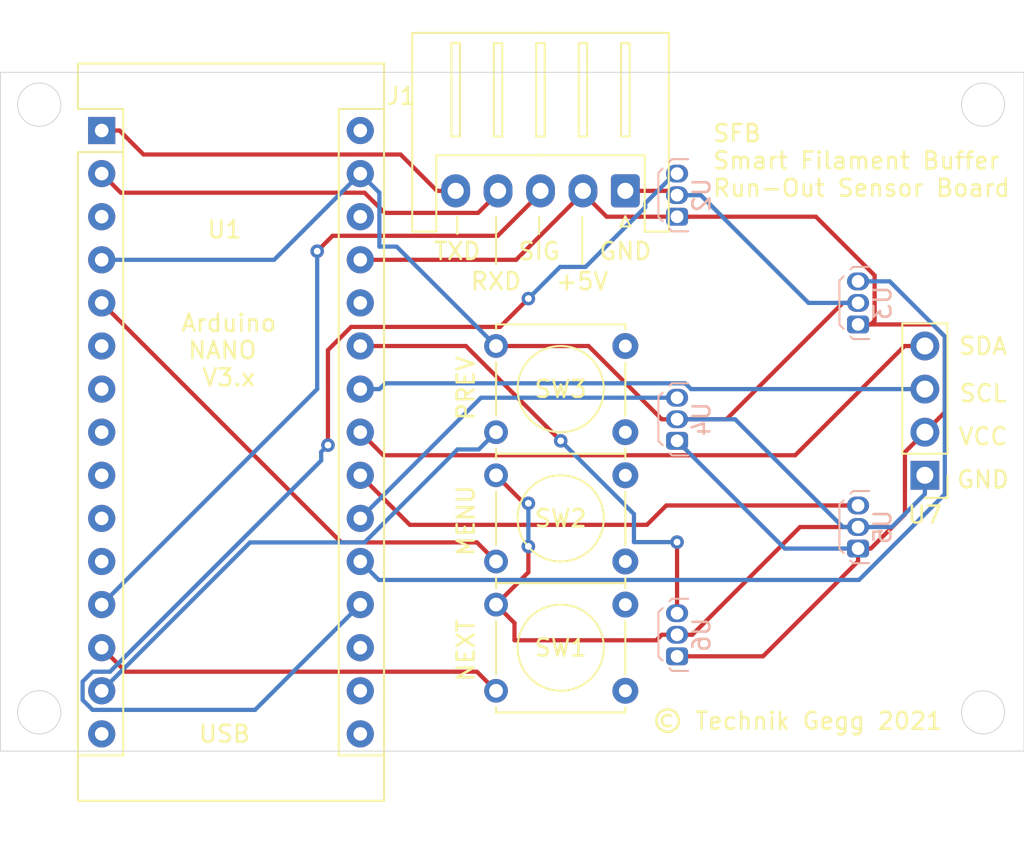
<source format=kicad_pcb>
(kicad_pcb (version 20211014) (generator pcbnew)
  (title_block (title "SFB PCB") (date "2021-07-28") (rev "1") (company "Technik Gegg") (comment 4 "PCBWay Project ID: 1d33cc66-8fba-4a3d-af3d-e055c67cbd43"))
  (layers (0 "F.Cu" signal) (31 "B.Cu" signal) (34 "B.Paste" user) (35 "F.Paste" user) (36 "B.SilkS" user "B.Silkscreen") (37 "F.SilkS" user "F.Silkscreen") (38 "B.Mask" user) (39 "F.Mask" user) (44 "Edge.Cuts" user))
  (net 0 "")
  (net 1 "Net-(J1-Pad5)")
  (net 2 "Net-(J1-Pad4)")
  (net 3 "Net-(J1-Pad3)")
  (net 4 "+5V")
  (net 5 "GND")
  (net 6 "Net-(SW1-Pad2)")
  (net 7 "Net-(SW2-Pad2)")
  (net 8 "Net-(SW3-Pad2)")
  (net 9 "Net-(U1-Pad16)")
  (net 10 "Net-(U1-Pad15)")
  (net 11 "Net-(U1-Pad30)")
  (net 12 "Net-(U1-Pad28)")
  (net 13 "Net-(U1-Pad11)")
  (net 14 "Net-(U1-Pad26)")
  (net 15 "Net-(U1-Pad10)")
  (net 16 "Net-(U1-Pad25)")
  (net 17 "Net-(U1-Pad9)")
  (net 18 "Net-(U1-Pad24)")
  (net 19 "Net-(U1-Pad8)")
  (net 20 "Net-(U1-Pad23)")
  (net 21 "Net-(U1-Pad7)")
  (net 22 "Net-(U1-Pad22)")
  (net 23 "Net-(U1-Pad6)")
  (net 24 "Net-(U1-Pad21)")
  (net 25 "Net-(U1-Pad20)")
  (net 26 "Net-(U1-Pad19)")
  (net 27 "Net-(U1-Pad3)")
  (net 28 "Net-(U1-Pad18)")
  (net 29 "Net-(U1-Pad17)")
  (net 30 "Net-(SW1-Pad4)")
  (net 31 "Net-(SW1-Pad3)")
  (net 32 "Net-(SW2-Pad4)")
  (net 33 "Net-(SW2-Pad3)")
  (net 34 "Net-(SW3-Pad4)")
  (net 35 "Net-(SW3-Pad3)")
  (footprint "Module:Arduino_Nano" (layer "F.Cu") (at 44.069 90.424)
    (fp_text reference "U1" (at 7.239 5.842) (layer "F.SilkS"))
    (fp_text value "Arduino_Nano_v3.x")
    (fp_line (start 13.97 -1.27) (end 13.97 36.83) (layer "F.SilkS") (width 0.12))
    (fp_line (start 1.27 -1.27) (end -1.4 -1.27) (layer "F.SilkS") (width 0.12))
    (fp_line (start -1.4 1.27) (end -1.4 39.5) (layer "F.SilkS") (width 0.12))
    (fp_line (start 1.27 1.27) (end 1.27 -1.27) (layer "F.SilkS") (width 0.12))
    (fp_line (start 13.97 36.83) (end 16.64 36.83) (layer "F.SilkS") (width 0.12))
    (fp_line (start 16.64 -3.94) (end -1.4 -3.94) (layer "F.SilkS") (width 0.12))
    (fp_line (start -1.4 39.5) (end 16.64 39.5) (layer "F.SilkS") (width 0.12))
    (fp_line (start 1.27 36.83) (end -1.4 36.83) (layer "F.SilkS") (width 0.12))
    (fp_line (start 1.27 1.27) (end 1.27 36.83) (layer "F.SilkS") (width 0.12))
    (fp_line (start -1.4 -3.94) (end -1.4 -1.27) (layer "F.SilkS") (width 0.12))
    (fp_line (start 13.97 -1.27) (end 16.64 -1.27) (layer "F.SilkS") (width 0.12))
    (fp_line (start 16.64 39.5) (end 16.64 -3.94) (layer "F.SilkS") (width 0.12))
    (fp_line (start 1.27 1.27) (end -1.4 1.27) (layer "F.SilkS") (width 0.12))
    (pad "1" thru_hole rect locked (at 0 0) (size 1.6 1.6) (drill 0.8) (layers *.Cu *.Mask) (net 1 "Net-(J1-Pad5)"))
    (pad "2" thru_hole oval locked (at 0 2.54) (size 1.6 1.6) (drill 0.8) (layers *.Cu *.Mask) (net 2 "Net-(J1-Pad4)"))
    (pad "3" thru_hole oval locked (at 0 5.08) (size 1.6 1.6) (drill 0.8) (layers *.Cu *.Mask) (net 27 "Net-(U1-Pad3)"))
    (pad "4" thru_hole oval locked (at 0 7.62) (size 1.6 1.6) (drill 0.8) (layers *.Cu *.Mask) (net 5 "GND"))
    (pad "5" thru_hole oval locked (at 0 10.16) (size 1.6 1.6) (drill 0.8) (layers *.Cu *.Mask) (net 7 "Net-(SW2-Pad2)"))
    (pad "6" thru_hole oval locked (at 0 12.7) (size 1.6 1.6) (drill 0.8) (layers *.Cu *.Mask) (net 23 "Net-(U1-Pad6)"))
    (pad "7" thru_hole oval locked (at 0 15.24) (size 1.6 1.6) (drill 0.8) (layers *.Cu *.Mask) (net 21 "Net-(U1-Pad7)"))
    (pad "8" thru_hole oval locked (at 0 17.78) (size 1.6 1.6) (drill 0.8) (layers *.Cu *.Mask) (net 19 "Net-(U1-Pad8)"))
    (pad "9" thru_hole oval locked (at 0 20.32) (size 1.6 1.6) (drill 0.8) (layers *.Cu *.Mask) (net 17 "Net-(U1-Pad9)"))
    (pad "10" thru_hole oval locked (at 0 22.86) (size 1.6 1.6) (drill 0.8) (layers *.Cu *.Mask) (net 15 "Net-(U1-Pad10)"))
    (pad "11" thru_hole oval locked (at 0 25.4) (size 1.6 1.6) (drill 0.8) (layers *.Cu *.Mask) (net 13 "Net-(U1-Pad11)"))
    (pad "12" thru_hole oval locked (at 0 27.94) (size 1.6 1.6) (drill 0.8) (layers *.Cu *.Mask) (net 3 "Net-(J1-Pad3)"))
    (pad "13" thru_hole oval locked (at 0 30.48) (size 1.6 1.6) (drill 0.8) (layers *.Cu *.Mask) (net 6 "Net-(SW1-Pad2)"))
    (pad "14" thru_hole oval locked (at 0 33.02) (size 1.6 1.6) (drill 0.8) (layers *.Cu *.Mask) (net 8 "Net-(SW3-Pad2)"))
    (pad "15" thru_hole oval locked (at 0 35.56) (size 1.6 1.6) (drill 0.8) (layers *.Cu *.Mask) (net 10 "Net-(U1-Pad15)"))
    (pad "16" thru_hole oval locked (at 15.24 35.56) (size 1.6 1.6) (drill 0.8) (layers *.Cu *.Mask) (net 9 "Net-(U1-Pad16)"))
    (pad "17" thru_hole oval locked (at 15.24 33.02) (size 1.6 1.6) (drill 0.8) (layers *.Cu *.Mask) (net 29 "Net-(U1-Pad17)"))
    (pad "18" thru_hole oval locked (at 15.24 30.48) (size 1.6 1.6) (drill 0.8) (layers *.Cu *.Mask) (net 28 "Net-(U1-Pad18)"))
    (pad "19" thru_hole oval locked (at 15.24 27.94) (size 1.6 1.6) (drill 0.8) (layers *.Cu *.Mask) (net 26 "Net-(U1-Pad19)"))
    (pad "20" thru_hole oval locked (at 15.24 25.4) (size 1.6 1.6) (drill 0.8) (layers *.Cu *.Mask) (net 25 "Net-(U1-Pad20)"))
    (pad "21" thru_hole oval locked (at 15.24 22.86) (size 1.6 1.6) (drill 0.8) (layers *.Cu *.Mask) (net 24 "Net-(U1-Pad21)"))
    (pad "22" thru_hole oval locked (at 15.24 20.32) (size 1.6 1.6) (drill 0.8) (layers *.Cu *.Mask) (net 22 "Net-(U1-Pad22)"))
    (pad "23" thru_hole oval locked (at 15.24 17.78) (size 1.6 1.6) (drill 0.8) (layers *.Cu *.Mask) (net 20 "Net-(U1-Pad23)"))
    (pad "24" thru_hole oval locked (at 15.24 15.24) (size 1.6 1.6) (drill 0.8) (layers *.Cu *.Mask) (net 18 "Net-(U1-Pad24)"))
    (pad "25" thru_hole oval locked (at 15.24 12.7) (size 1.6 1.6) (drill 0.8) (layers *.Cu *.Mask) (net 16 "Net-(U1-Pad25)"))
    (pad "26" thru_hole oval locked (at 15.24 10.16) (size 1.6 1.6) (drill 0.8) (layers *.Cu *.Mask) (net 14 "Net-(U1-Pad26)"))
    (pad "27" thru_hole oval locked (at 15.24 7.62) (size 1.6 1.6) (drill 0.8) (layers *.Cu *.Mask) (net 4 "+5V"))
    (pad "28" thru_hole oval locked (at 15.24 5.08) (size 1.6 1.6) (drill 0.8) (layers *.Cu *.Mask) (net 12 "Net-(U1-Pad28)"))
    (pad "29" thru_hole oval locked (at 15.24 2.54) (size 1.6 1.6) (drill 0.8) (layers *.Cu *.Mask) (net 5 "GND"))
    (pad "30" thru_hole oval locked (at 15.24 0) (size 1.6 1.6) (drill 0.8) (layers *.Cu *.Mask) (net 11 "Net-(U1-Pad30)"))
  )
  (footprint "SFB:SW_Tactile_Straight_KSA0Axx1LFTR-4Pin" (layer "F.Cu") (at 67.31 103.124)
    (fp_text reference "SW3" (at 3.81 2.54) (layer "F.SilkS"))
    (fp_text value "SW_DPST")
    (fp_line (start 0 6.05) (end 0 6.35) (layer "F.SilkS") (width 0.12))
    (fp_line (start 0 0.97) (end 0 4.11) (layer "F.SilkS") (width 0.12))
    (fp_line (start 0 -1.27) (end 7.62 -1.27) (layer "F.SilkS") (width 0.12))
    (fp_line (start 0 -1.27) (end 0 -0.97) (layer "F.SilkS") (width 0.12))
    (fp_line (start 7.62 0.97) (end 7.62 4.11) (layer "F.SilkS") (width 0.12))
    (fp_line (start 7.62 6.05) (end 7.62 6.35) (layer "F.SilkS") (width 0.12))
    (fp_line (start 7.62 6.35) (end 0 6.35) (layer "F.SilkS") (width 0.12))
    (fp_line (start 7.62 -1.27) (end 7.62 -0.97) (layer "F.SilkS") (width 0.12))
    (fp_circle (center 3.81 2.54) (end 3.81 0) (layer "F.SilkS") (width 0.12) (fill none))
    (pad "1" thru_hole circle locked (at 0 0) (size 1.397 1.397) (drill 0.8128) (layers *.Cu *.Mask) (net 5 "GND"))
    (pad "2" thru_hole circle locked (at 0 5.08) (size 1.397 1.397) (drill 0.8128) (layers *.Cu *.Mask) (net 8 "Net-(SW3-Pad2)"))
    (pad "3" thru_hole circle locked (at 7.62 0) (size 1.524 1.524) (drill 0.762) (layers *.Cu *.Mask) (net 35 "Net-(SW3-Pad3)"))
    (pad "4" thru_hole circle locked (at 7.62 5.08) (size 1.524 1.524) (drill 0.762) (layers *.Cu *.Mask) (net 34 "Net-(SW3-Pad4)"))
  )
  (footprint "Connector_JST:JST_XH_S5B-XH-A_1x05_P2.50mm_Horizontal" (layer "F.Cu") (at 74.93 93.98 180)
    (fp_text reference "J1" (at 13.208 5.588) (layer "F.SilkS"))
    (fp_text value "JST XH 1x5 angled")
    (fp_line (start -2.56 9.31) (end -2.56 -2.41) (layer "F.SilkS") (width 0.12))
    (fp_line (start -1.14 2.09) (end 5 2.09) (layer "F.SilkS") (width 0.12))
    (fp_line (start 12.56 9.31) (end 12.56 -2.41) (layer "F.SilkS") (width 0.12))
    (fp_line (start 12.56 -2.41) (end 11.14 -2.41) (layer "F.SilkS") (width 0.12))
    (fp_line (start 7.75 3.2) (end 7.25 3.2) (layer "F.SilkS") (width 0.12))
    (fp_line (start 5.25 3.2) (end 4.75 3.2) (layer "F.SilkS") (width 0.12))
    (fp_line (start 7.25 8.7) (end 7.75 8.7) (layer "F.SilkS") (width 0.12))
    (fp_line (start 9.75 8.7) (end 10.25 8.7) (layer "F.SilkS") (width 0.12))
    (fp_line (start -1.14 -2.41) (end -1.14 2.09) (layer "F.SilkS") (width 0.12))
    (fp_line (start -0.3 -2.1) (end 0.3 -2.1) (layer "F.SilkS") (width 0.12))
    (fp_line (start 5.25 8.7) (end 5.25 3.2) (layer "F.SilkS") (width 0.12))
    (fp_line (start 4.75 3.2) (end 4.75 8.7) (layer "F.SilkS") (width 0.12))
    (fp_line (start 0.25 3.2) (end -0.25 3.2) (layer "F.SilkS") (width 0.12))
    (fp_line (start 10.25 3.2) (end 9.75 3.2) (layer "F.SilkS") (width 0.12))
    (fp_line (start -0.25 8.7) (end 0.25 8.7) (layer "F.SilkS") (width 0.12))
    (fp_line (start 0.25 8.7) (end 0.25 3.2) (layer "F.SilkS") (width 0.12))
    (fp_line (start 10.25 8.7) (end 10.25 3.2) (layer "F.SilkS") (width 0.12))
    (fp_line (start 7.25 3.2) (end 7.25 8.7) (layer "F.SilkS") (width 0.12))
    (fp_line (start 11.14 -2.41) (end 11.14 2.09) (layer "F.SilkS") (width 0.12))
    (fp_line (start 5 9.31) (end -2.56 9.31) (layer "F.SilkS") (width 0.12))
    (fp_line (start 2.75 3.2) (end 2.25 3.2) (layer "F.SilkS") (width 0.12))
    (fp_line (start 2.75 8.7) (end 2.75 3.2) (layer "F.SilkS") (width 0.12))
    (fp_line (start 4.75 8.7) (end 5.25 8.7) (layer "F.SilkS") (width 0.12))
    (fp_line (start -0.25 3.2) (end -0.25 8.7) (layer "F.SilkS") (width 0.12))
    (fp_line (start 2.25 8.7) (end 2.75 8.7) (layer "F.SilkS") (width 0.12))
    (fp_line (start 11.14 2.09) (end 5 2.09) (layer "F.SilkS") (width 0.12))
    (fp_line (start 9.75 3.2) (end 9.75 8.7) (layer "F.SilkS") (width 0.12))
    (fp_line (start -2.56 -2.41) (end -1.14 -2.41) (layer "F.SilkS") (width 0.12))
    (fp_line (start 7.75 8.7) (end 7.75 3.2) (layer "F.SilkS") (width 0.12))
    (fp_line (start 0 -1.5) (end -0.3 -2.1) (layer "F.SilkS") (width 0.12))
    (fp_line (start 0.3 -2.1) (end 0 -1.5) (layer "F.SilkS") (width 0.12))
    (fp_line (start 2.25 3.2) (end 2.25 8.7) (layer "F.SilkS") (width 0.12))
    (fp_line (start 5 9.31) (end 12.56 9.31) (layer "F.SilkS") (width 0.12))
    (pad "1" thru_hole roundrect locked (at 0 0 180) (size 1.7 1.95) (drill 0.95) (layers *.Cu *.Mask) (roundrect_rratio 0.1470588235) (net 5 "GND"))
    (pad "2" thru_hole oval locked (at 2.5 0 180) (size 1.7 1.95) (drill 0.95) (layers *.Cu *.Mask) (net 4 "+5V"))
    (pad "3" thru_hole oval locked (at 5 0 180) (size 1.7 1.95) (drill 0.95) (layers *.Cu *.Mask) (net 3 "Net-(J1-Pad3)"))
    (pad "4" thru_hole oval locked (at 7.5 0 180) (size 1.7 1.95) (drill 0.95) (layers *.Cu *.Mask) (net 2 "Net-(J1-Pad4)"))
    (pad "5" thru_hole oval locked (at 10 0 180) (size 1.7 1.95) (drill 0.95) (layers *.Cu *.Mask) (net 1 "Net-(J1-Pad5)"))
  )
  (footprint "SFB:SW_Tactile_Straight_KSA0Axx1LFTR-4Pin" (layer "F.Cu") (at 67.31 118.364)
    (fp_text reference "SW1" (at 3.81 2.54) (layer "F.SilkS"))
    (fp_text value "SW_DPST")
    (fp_line (start 0 -1.27) (end 7.62 -1.27) (layer "F.SilkS") (width 0.12))
    (fp_line (start 7.62 0.97) (end 7.62 4.11) (layer "F.SilkS") (width 0.12))
    (fp_line (start 0 0.97) (end 0 4.11) (layer "F.SilkS") (width 0.12))
    (fp_line (start 0 -1.27) (end 0 -0.97) (layer "F.SilkS") (width 0.12))
    (fp_line (start 0 6.05) (end 0 6.35) (layer "F.SilkS") (width 0.12))
    (fp_line (start 7.62 6.05) (end 7.62 6.35) (layer "F.SilkS") (width 0.12))
    (fp_line (start 7.62 6.35) (end 0 6.35) (layer "F.SilkS") (width 0.12))
    (fp_line (start 7.62 -1.27) (end 7.62 -0.97) (layer "F.SilkS") (width 0.12))
    (fp_circle (center 3.81 2.54) (end 3.81 0) (layer "F.SilkS") (width 0.12) (fill none))
    (pad "1" thru_hole circle locked (at 0 0) (size 1.397 1.397) (drill 0.8128) (layers *.Cu *.Mask) (net 5 "GND"))
    (pad "2" thru_hole circle locked (at 0 5.08) (size 1.397 1.397) (drill 0.8128) (layers *.Cu *.Mask) (net 6 "Net-(SW1-Pad2)"))
    (pad "3" thru_hole circle locked (at 7.62 0) (size 1.524 1.524) (drill 0.762) (layers *.Cu *.Mask) (net 31 "Net-(SW1-Pad3)"))
    (pad "4" thru_hole circle locked (at 7.62 5.08) (size 1.524 1.524) (drill 0.762) (layers *.Cu *.Mask) (net 30 "Net-(SW1-Pad4)"))
  )
  (footprint "SFB:SW_Tactile_Straight_KSA0Axx1LFTR-4Pin" (layer "F.Cu") (at 67.31 110.744)
    (fp_text reference "SW2" (at 3.81 2.54) (layer "F.SilkS"))
    (fp_text value "SW_DPST")
    (fp_line (start 0 -1.27) (end 7.62 -1.27) (layer "F.SilkS") (width 0.12))
    (fp_line (start 7.62 6.05) (end 7.62 6.35) (layer "F.SilkS") (width 0.12))
    (fp_line (start 0 -1.27) (end 0 -0.97) (layer "F.SilkS") (width 0.12))
    (fp_line (start 0 0.97) (end 0 4.11) (layer "F.SilkS") (width 0.12))
    (fp_line (start 7.62 -1.27) (end 7.62 -0.97) (layer "F.SilkS") (width 0.12))
    (fp_line (start 0 6.05) (end 0 6.35) (layer "F.SilkS") (width 0.12))
    (fp_line (start 7.62 6.35) (end 0 6.35) (layer "F.SilkS") (width 0.12))
    (fp_line (start 7.62 0.97) (end 7.62 4.11) (layer "F.SilkS") (width 0.12))
    (fp_circle (center 3.81 2.54) (end 3.81 0) (layer "F.SilkS") (width 0.12) (fill none))
    (pad "1" thru_hole circle locked (at 0 0) (size 1.397 1.397) (drill 0.8128) (layers *.Cu *.Mask) (net 5 "GND"))
    (pad "2" thru_hole circle locked (at 0 5.08) (size 1.397 1.397) (drill 0.8128) (layers *.Cu *.Mask) (net 7 "Net-(SW2-Pad2)"))
    (pad "3" thru_hole circle locked (at 7.62 0) (size 1.524 1.524) (drill 0.762) (layers *.Cu *.Mask) (net 33 "Net-(SW2-Pad3)"))
    (pad "4" thru_hole circle locked (at 7.62 5.08) (size 1.524 1.524) (drill 0.762) (layers *.Cu *.Mask) (net 32 "Net-(SW2-Pad4)"))
  )
  (footprint "Connector_PinHeader_2.54mm:PinHeader_1x04_P2.54mm_Vertical" (layer "F.Cu") (at 92.583 110.744 180)
    (fp_text reference "U7" (at 0 -2.33) (layer "F.SilkS"))
    (fp_text value "SSD1306")
    (fp_line (start -1.33 -1.33) (end 0 -1.33) (layer "F.SilkS") (width 0.12))
    (fp_line (start -1.33 1.27) (end -1.33 8.95) (layer "F.SilkS") (width 0.12))
    (fp_line (start 1.33 1.27) (end 1.33 8.95) (layer "F.SilkS") (width 0.12))
    (fp_line (start -1.33 1.27) (end 1.33 1.27) (layer "F.SilkS") (width 0.12))
    (fp_line (start -1.33 0) (end -1.33 -1.33) (layer "F.SilkS") (width 0.12))
    (fp_line (start -1.33 8.95) (end 1.33 8.95) (layer "F.SilkS") (width 0.12))
    (pad "1" thru_hole rect locked (at 0 0 180) (size 1.7 1.7) (drill 1) (layers *.Cu *.Mask) (net 5 "GND"))
    (pad "2" thru_hole oval locked (at 0 2.54 180) (size 1.7 1.7) (drill 1) (layers *.Cu *.Mask) (net 4 "+5V"))
    (pad "3" thru_hole oval locked (at 0 5.08 180) (size 1.7 1.7) (drill 1) (layers *.Cu *.Mask) (net 18 "Net-(U1-Pad24)"))
    (pad "4" thru_hole oval locked (at 0 7.62 180) (size 1.7 1.7) (drill 1) (layers *.Cu *.Mask) (net 20 "Net-(U1-Pad23)"))
  )
  (footprint "Package_TO_SOT_THT:TO-92Flat" (layer "B.Cu") (at 77.978 121.412 90)
    (fp_text reference "U6" (at 1.27 1.45 90) (layer "B.SilkS") (effects (justify mirror)))
    (fp_text value "A1326 LUA-T")
    (fp_line (start -0.86 -0.3) (end -0.86 0.65) (layer "B.SilkS") (width 0.12))
    (fp_line (start -0.01 -1.1) (end -0.26 -0.85) (layer "B.SilkS") (width 0.12))
    (fp_line (start -0.01 -1.1) (end 2.59 -1.1) (layer "B.SilkS") (width 0.12))
    (fp_line (start 3.39 0.65) (end 3.39 -0.3) (layer "B.SilkS") (width 0.12))
    (fp_line (start -0.71 -0.45) (end -0.86 -0.3) (layer "B.SilkS") (width 0.12))
    (fp_line (start 3.24 -0.45) (end 3.39 -0.3) (layer "B.SilkS") (width 0.12))
    (fp_line (start 2.59 -1.1) (end 2.84 -0.85) (layer "B.SilkS") (width 0.12))
    (pad "1" thru_hole roundrect locked (at 0 0 90) (size 1.05 1.3) (drill 0.75) (layers *.Cu *.Mask) (roundrect_rratio 0.238) (net 4 "+5V"))
    (pad "2" thru_hole oval locked (at 1.27 0 90) (size 1.05 1.3) (drill 0.75) (layers *.Cu *.Mask) (net 5 "GND"))
    (pad "3" thru_hole oval locked (at 2.54 0 90) (size 1.05 1.3) (drill 0.75) (layers *.Cu *.Mask) (net 16 "Net-(U1-Pad25)"))
  )
  (footprint "Package_TO_SOT_THT:TO-92Flat" (layer "B.Cu") (at 88.646 101.854 90)
    (fp_text reference "U3" (at 1.27 1.45 90) (layer "B.SilkS") (effects (justify mirror)))
    (fp_text value "A1326 LUA-T")
    (fp_line (start -0.01 -1.1) (end 2.59 -1.1) (layer "B.SilkS") (width 0.12))
    (fp_line (start 3.39 0.65) (end 3.39 -0.3) (layer "B.SilkS") (width 0.12))
    (fp_line (start 3.24 -0.45) (end 3.39 -0.3) (layer "B.SilkS") (width 0.12))
    (fp_line (start -0.71 -0.45) (end -0.86 -0.3) (layer "B.SilkS") (width 0.12))
    (fp_line (start -0.86 -0.3) (end -0.86 0.65) (layer "B.SilkS") (width 0.12))
    (fp_line (start -0.01 -1.1) (end -0.26 -0.85) (layer "B.SilkS") (width 0.12))
    (fp_line (start 2.59 -1.1) (end 2.84 -0.85) (layer "B.SilkS") (width 0.12))
    (pad "1" thru_hole roundrect locked (at 0 0 90) (size 1.05 1.3) (drill 0.75) (layers *.Cu *.Mask) (roundrect_rratio 0.238) (net 4 "+5V"))
    (pad "2" thru_hole oval locked (at 1.27 0 90) (size 1.05 1.3) (drill 0.75) (layers *.Cu *.Mask) (net 5 "GND"))
    (pad "3" thru_hole oval locked (at 2.54 0 90) (size 1.05 1.3) (drill 0.75) (layers *.Cu *.Mask) (net 25 "Net-(U1-Pad20)"))
  )
  (footprint "Package_TO_SOT_THT:TO-92Flat" (layer "B.Cu") (at 88.646 115.062 90)
    (fp_text reference "U5" (at 1.27 1.45 90) (layer "B.SilkS") (effects (justify mirror)))
    (fp_text value "A1326 LUA-T")
    (fp_line (start 2.59 -1.1) (end 2.84 -0.85) (layer "B.SilkS") (width 0.12))
    (fp_line (start -0.86 -0.3) (end -0.86 0.65) (layer "B.SilkS") (width 0.12))
    (fp_line (start 3.24 -0.45) (end 3.39 -0.3) (layer "B.SilkS") (width 0.12))
    (fp_line (start 3.39 0.65) (end 3.39 -0.3) (layer "B.SilkS") (width 0.12))
    (fp_line (start -0.01 -1.1) (end 2.59 -1.1) (layer "B.SilkS") (width 0.12))
    (fp_line (start -0.01 -1.1) (end -0.26 -0.85) (layer "B.SilkS") (width 0.12))
    (fp_line (start -0.71 -0.45) (end -0.86 -0.3) (layer "B.SilkS") (width 0.12))
    (pad "1" thru_hole roundrect locked (at 0 0 90) (size 1.05 1.3) (drill 0.75) (layers *.Cu *.Mask) (roundrect_rratio 0.238) (net 4 "+5V"))
    (pad "2" thru_hole oval locked (at 1.27 0 90) (size 1.05 1.3) (drill 0.75) (layers *.Cu *.Mask) (net 5 "GND"))
    (pad "3" thru_hole oval locked (at 2.54 0 90) (size 1.05 1.3) (drill 0.75) (layers *.Cu *.Mask) (net 22 "Net-(U1-Pad22)"))
  )
  (footprint "Package_TO_SOT_THT:TO-92Flat" (layer "B.Cu") (at 77.978 108.712 90)
    (fp_text reference "U4" (at 1.27 1.45 90) (layer "B.SilkS") (effects (justify mirror)))
    (fp_text value "A1326 LUA-T")
    (fp_line (start -0.71 -0.45) (end -0.86 -0.3) (layer "B.SilkS") (width 0.12))
    (fp_line (start 2.59 -1.1) (end 2.84 -0.85) (layer "B.SilkS") (width 0.12))
    (fp_line (start -0.01 -1.1) (end -0.26 -0.85) (layer "B.SilkS") (width 0.12))
    (fp_line (start -0.86 -0.3) (end -0.86 0.65) (layer "B.SilkS") (width 0.12))
    (fp_line (start 3.24 -0.45) (end 3.39 -0.3) (layer "B.SilkS") (width 0.12))
    (fp_line (start 3.39 0.65) (end 3.39 -0.3) (layer "B.SilkS") (width 0.12))
    (fp_line (start -0.01 -1.1) (end 2.59 -1.1) (layer "B.SilkS") (width 0.12))
    (pad "1" thru_hole roundrect locked (at 0 0 90) (size 1.05 1.3) (drill 0.75) (layers *.Cu *.Mask) (roundrect_rratio 0.238) (net 4 "+5V"))
    (pad "2" thru_hole oval locked (at 1.27 0 90) (size 1.05 1.3) (drill 0.75) (layers *.Cu *.Mask) (net 5 "GND"))
    (pad "3" thru_hole oval locked (at 2.54 0 90) (size 1.05 1.3) (drill 0.75) (layers *.Cu *.Mask) (net 24 "Net-(U1-Pad21)"))
  )
  (footprint "Package_TO_SOT_THT:TO-92Flat" (layer "B.Cu") (at 77.978 95.504 90)
    (fp_text reference "U2" (at 1.27 1.45 90) (layer "B.SilkS") (effects (justify mirror)))
    (fp_text value "A1326 LUA-T")
    (fp_line (start 3.39 0.65) (end 3.39 -0.3) (layer "B.SilkS") (width 0.12))
    (fp_line (start -0.01 -1.1) (end -0.26 -0.85) (layer "B.SilkS") (width 0.12))
    (fp_line (start -0.71 -0.45) (end -0.86 -0.3) (layer "B.SilkS") (width 0.12))
    (fp_line (start -0.01 -1.1) (end 2.59 -1.1) (layer "B.SilkS") (width 0.12))
    (fp_line (start 2.59 -1.1) (end 2.84 -0.85) (layer "B.SilkS") (width 0.12))
    (fp_line (start -0.86 -0.3) (end -0.86 0.65) (layer "B.SilkS") (width 0.12))
    (fp_line (start 3.24 -0.45) (end 3.39 -0.3) (layer "B.SilkS") (width 0.12))
    (pad "1" thru_hole roundrect locked (at 0 0 90) (size 1.05 1.3) (drill 0.75) (layers *.Cu *.Mask) (roundrect_rratio 0.238) (net 4 "+5V"))
    (pad "2" thru_hole oval locked (at 1.27 0 90) (size 1.05 1.3) (drill 0.75) (layers *.Cu *.Mask) (net 5 "GND"))
    (pad "3" thru_hole oval locked (at 2.54 0 90) (size 1.05 1.3) (drill 0.75) (layers *.Cu *.Mask) (net 26 "Net-(U1-Pad19)"))
  )
  (gr_line (start 65.024 95.504) (end 65.024 96.52) (layer "F.SilkS") (width 0.12))
  (gr_line (start 67.31 95.504) (end 67.31 98.298) (layer "F.SilkS") (width 0.12))
  (gr_line (start 72.39 95.504) (end 72.39 98.298) (layer "F.SilkS") (width 0.12))
  (gr_line (start 69.85 95.504) (end 69.85 96.52) (layer "F.SilkS") (width 0.12))
  (gr_line (start 98.425 127) (end 98.425 86.995) (layer "Edge.Cuts") (width 0.05))
  (gr_line (start 98.425 86.995) (end 38.1 86.995) (layer "Edge.Cuts") (width 0.05))
  (gr_line (start 38.1 86.995) (end 38.1 127) (layer "Edge.Cuts") (width 0.05))
  (gr_line (start 38.1 127) (end 98.425 127) (layer "Edge.Cuts") (width 0.05))
  (gr_circle (center 40.386 124.714) (end 41.656 124.841) (layer "Edge.Cuts") (width 0.05) (fill none))
  (gr_circle (center 96.012 88.9) (end 97.282 88.9) (layer "Edge.Cuts") (width 0.05) (fill none))
  (gr_circle (center 96.012 124.714) (end 97.282 124.714) (layer "Edge.Cuts") (width 0.05) (fill none))
  (gr_circle (center 40.386 88.9) (end 41.656 89.027) (layer "Edge.Cuts") (width 0.05) (fill none))
  (gr_text "Arduino\nNANO \nV3.x\n" (at 51.562 103.378) (layer "F.SilkS") (effects (font (size 1 1))))
  (gr_text "GND\n" (at 96.012 110.998) (layer "F.SilkS") (effects (font (size 1 1))))
  (gr_text "RXD" (at 67.31 99.314) (layer "F.SilkS") (effects (font (size 1 1))))
  (gr_text "TXD" (at 65.024 97.536) (layer "F.SilkS") (effects (font (size 1 1))))
  (gr_text "VCC\n" (at 96.012 108.458) (layer "F.SilkS") (effects (font (size 1 1))))
  (gr_text "© Technik Gegg 2021" (at 85.09 125.222) (layer "F.SilkS") (effects (font (size 1 1))))
  (gr_text "USB" (at 51.308 125.984) (layer "F.SilkS") (effects (font (size 1 1))))
  (gr_text "MENU" (at 65.532 111.252 90) (layer "F.SilkS") (effects (font (size 1 1)) (justify right)))
  (gr_text "+5V" (at 72.39 99.314) (layer "F.SilkS") (effects (font (size 1 1))))
  (gr_text "SDA" (at 96.012 103.124) (layer "F.SilkS") (effects (font (size 1 1))))
  (gr_text "SCL" (at 96.012 105.918) (layer "F.SilkS") (effects (font (size 1 1))))
  (gr_text "SIG" (at 69.85 97.536) (layer "F.SilkS") (effects (font (size 1 1))))
  (gr_text "SFB\nSmart Filament Buffer\nRun-Out Sensor Board" (at 80.01 92.202) (layer "F.SilkS") (effects (font (size 1 1)) (justify left)))
  (gr_text "PREV" (at 65.532 103.632 90) (layer "F.SilkS") (effects (font (size 1 1)) (justify right)))
  (gr_text "GND" (at 74.93 97.536) (layer "F.SilkS") (effects (font (size 1 1))))
  (gr_text "NEXT" (at 65.532 119.126 90) (layer "F.SilkS") (effects (font (size 1 1)) (justify right)))
  (segment (start 61.688999 91.838999) (end 63.83 93.98) (width 0.25) (layer "F.Cu") (net 1))
  (segment (start 46.533999 91.838999) (end 61.688999 91.838999) (width 0.25) (layer "F.Cu") (net 1))
  (segment (start 63.83 93.98) (end 64.93 93.98) (width 0.25) (layer "F.Cu") (net 1))
  (segment (start 44.069 90.424) (end 45.119 90.424) (width 0.25) (layer "F.Cu") (net 1))
  (segment (start 45.119 90.424) (end 46.533999 91.838999) (width 0.25) (layer "F.Cu") (net 1))
  (segment (start 67.43 94.105) (end 66.25499 95.28001) (width 0.25) (layer "F.Cu") (net 2))
  (segment (start 67.43 93.98) (end 67.43 94.105) (width 0.25) (layer "F.Cu") (net 2))
  (segment (start 66.25499 95.28001) (end 60.750012 95.28001) (width 0.25) (layer "F.Cu") (net 2))
  (segment (start 60.750012 95.28001) (end 59.559003 94.089001) (width 0.25) (layer "F.Cu") (net 2))
  (segment (start 45.194001 94.089001) (end 44.868999 93.763999) (width 0.25) (layer "F.Cu") (net 2))
  (segment (start 44.868999 93.763999) (end 44.069 92.964) (width 0.25) (layer "F.Cu") (net 2))
  (segment (start 59.559003 94.089001) (end 45.194001 94.089001) (width 0.25) (layer "F.Cu") (net 2))
  (segment (start 56.769 97.536) (end 57.675999 96.629001) (width 0.25) (layer "F.Cu") (net 3))
  (segment (start 67.405999 96.629001) (end 69.93 94.105) (width 0.25) (layer "F.Cu") (net 3))
  (segment (start 57.675999 96.629001) (end 67.405999 96.629001) (width 0.25) (layer "F.Cu") (net 3))
  (segment (start 69.93 94.105) (end 69.93 93.98) (width 0.25) (layer "F.Cu") (net 3))
  (via (at 56.769 97.536) (size 0.8) (drill 0.4) (layers "F.Cu" "B.Cu") (net 3))
  (segment (start 44.069 118.364) (end 56.769 105.664) (width 0.25) (layer "B.Cu") (net 3))
  (segment (start 56.769 105.664) (end 56.769 97.536) (width 0.25) (layer "B.Cu") (net 3))
  (segment (start 93.432999 107.354001) (end 92.583 108.204) (width 0.25) (layer "F.Cu") (net 4))
  (segment (start 89.396 115.062) (end 88.646 115.062) (width 0.25) (layer "F.Cu") (net 4))
  (segment (start 89.62101 98.961915) (end 86.163095 95.504) (width 0.25) (layer "F.Cu") (net 4))
  (segment (start 73.829 95.504) (end 72.43 94.105) (width 0.25) (layer "F.Cu") (net 4))
  (segment (start 86.163095 95.504) (end 78.728 95.504) (width 0.25) (layer "F.Cu") (net 4))
  (segment (start 92.583 108.204) (end 91.407999 109.379001) (width 0.25) (layer "F.Cu") (net 4))
  (segment (start 89.62101 101.62899) (end 89.62101 98.961915) (width 0.25) (layer "F.Cu") (net 4))
  (segment (start 93.758001 107.028999) (end 93.432999 107.354001) (width 0.25) (layer "F.Cu") (net 4))
  (segment (start 78.728 121.412) (end 77.978 121.412) (width 0.25) (layer "F.Cu") (net 4))
  (segment (start 89.396 101.854) (end 89.62101 101.62899) (width 0.25) (layer "F.Cu") (net 4))
  (segment (start 88.646 101.854) (end 93.052002 101.854) (width 0.25) (layer "F.Cu") (net 4))
  (segment (start 68.491 98.044) (end 72.43 94.105) (width 0.25) (layer "F.Cu") (net 4))
  (segment (start 91.407999 109.379001) (end 91.407999 113.050001) (width 0.25) (layer "F.Cu") (net 4))
  (segment (start 91.407999 113.050001) (end 89.396 115.062) (width 0.25) (layer "F.Cu") (net 4))
  (segment (start 72.43 94.105) (end 72.43 93.98) (width 0.25) (layer "F.Cu") (net 4))
  (segment (start 88.646 115.062) (end 88.646 115.812) (width 0.25) (layer "F.Cu") (net 4))
  (segment (start 83.046 121.412) (end 78.728 121.412) (width 0.25) (layer "F.Cu") (net 4))
  (segment (start 93.758001 102.559999) (end 93.758001 107.028999) (width 0.25) (layer "F.Cu") (net 4))
  (segment (start 88.646 115.812) (end 83.046 121.412) (width 0.25) (layer "F.Cu") (net 4))
  (segment (start 78.728 95.504) (end 77.978 95.504) (width 0.25) (layer "F.Cu") (net 4))
  (segment (start 77.978 95.504) (end 73.829 95.504) (width 0.25) (layer "F.Cu") (net 4))
  (segment (start 88.646 101.854) (end 89.396 101.854) (width 0.25) (layer "F.Cu") (net 4))
  (segment (start 93.052002 101.854) (end 93.758001 102.559999) (width 0.25) (layer "F.Cu") (net 4))
  (segment (start 59.309 98.044) (end 68.491 98.044) (width 0.25) (layer "F.Cu") (net 4))
  (segment (start 84.328 115.062) (end 77.978 108.712) (width 0.25) (layer "B.Cu") (net 4))
  (segment (start 88.646 115.062) (end 84.328 115.062) (width 0.25) (layer "B.Cu") (net 4))
  (segment (start 88.646 100.584) (end 87.746 100.584) (width 0.25) (layer "F.Cu") (net 5))
  (segment (start 85.228 113.792) (end 87.746 113.792) (width 0.25) (layer "F.Cu") (net 5))
  (segment (start 77.078 120.142) (end 76.752999 120.467001) (width 0.25) (layer "F.Cu") (net 5))
  (segment (start 69.215 114.935) (end 69.215 116.459) (width 0.25) (layer "F.Cu") (net 5))
  (segment (start 77.078 107.442) (end 72.76 103.124) (width 0.25) (layer "F.Cu") (net 5))
  (segment (start 77.978 120.142) (end 77.078 120.142) (width 0.25) (layer "F.Cu") (net 5))
  (segment (start 68.397001 119.451001) (end 67.31 118.364) (width 0.25) (layer "F.Cu") (net 5))
  (segment (start 80.888 107.442) (end 78.878 107.442) (width 0.25) (layer "F.Cu") (net 5))
  (segment (start 76.752999 120.467001) (end 68.397001 120.467001) (width 0.25) (layer "F.Cu") (net 5))
  (segment (start 69.215 116.459) (end 67.31 118.364) (width 0.25) (layer "F.Cu") (net 5))
  (segment (start 74.93 93.98) (end 77.724 93.98) (width 0.25) (layer "F.Cu") (net 5))
  (segment (start 72.76 103.124) (end 68.297828 103.124) (width 0.25) (layer "F.Cu") (net 5))
  (segment (start 67.31 110.744) (end 68.961 112.395) (width 0.25) (layer "F.Cu") (net 5))
  (segment (start 78.878 107.442) (end 77.978 107.442) (width 0.25) (layer "F.Cu") (net 5))
  (segment (start 87.746 100.584) (end 80.888 107.442) (width 0.25) (layer "F.Cu") (net 5))
  (segment (start 77.978 120.142) (end 78.878 120.142) (width 0.25) (layer "F.Cu") (net 5))
  (segment (start 77.978 107.442) (end 77.078 107.442) (width 0.25) (layer "F.Cu") (net 5))
  (segment (start 87.746 113.792) (end 88.646 113.792) (width 0.25) (layer "F.Cu") (net 5))
  (segment (start 68.297828 103.124) (end 67.31 103.124) (width 0.25) (layer "F.Cu") (net 5))
  (segment (start 77.724 93.98) (end 77.978 94.234) (width 0.25) (layer "F.Cu") (net 5))
  (segment (start 78.878 120.142) (end 85.228 113.792) (width 0.25) (layer "F.Cu") (net 5))
  (segment (start 68.961 112.395) (end 69.215 112.395) (width 0.25) (layer "F.Cu") (net 5))
  (segment (start 68.397001 120.467001) (end 68.397001 119.451001) (width 0.25) (layer "F.Cu") (net 5))
  (via (at 69.215 114.935) (size 0.8) (drill 0.4) (layers "F.Cu" "B.Cu") (net 5))
  (via (at 69.215 112.395) (size 0.8) (drill 0.4) (layers "F.Cu" "B.Cu") (net 5))
  (segment (start 85.725 100.584) (end 88.646 100.584) (width 0.25) (layer "B.Cu") (net 5))
  (segment (start 78.878 107.442) (end 77.978 107.442) (width 0.25) (layer "B.Cu") (net 5))
  (segment (start 59.309 92.964) (end 54.229 98.044) (width 0.25) (layer "B.Cu") (net 5))
  (segment (start 59.309 92.964) (end 60.434001 94.089001) (width 0.25) (layer "B.Cu") (net 5))
  (segment (start 61.450001 97.264001) (end 67.31 103.124) (width 0.25) (layer "B.Cu") (net 5))
  (segment (start 60.434001 97.264001) (end 61.450001 97.264001) (width 0.25) (layer "B.Cu") (net 5))
  (segment (start 87.746 113.792) (end 81.396 107.442) (width 0.25) (layer "B.Cu") (net 5))
  (segment (start 54.229 98.044) (end 44.069 98.044) (width 0.25) (layer "B.Cu") (net 5))
  (segment (start 77.978 94.234) (end 79.375 94.234) (width 0.25) (layer "B.Cu") (net 5))
  (segment (start 81.396 107.442) (end 78.878 107.442) (width 0.25) (layer "B.Cu") (net 5))
  (segment (start 88.646 113.792) (end 87.746 113.792) (width 0.25) (layer "B.Cu") (net 5))
  (segment (start 92.583 111.844) (end 90.635 113.792) (width 0.25) (layer "B.Cu") (net 5))
  (segment (start 92.583 110.744) (end 92.583 111.844) (width 0.25) (layer "B.Cu") (net 5))
  (segment (start 66.818719 118.356499) (end 67.308283 118.356499) (width 0.25) (layer "B.Cu") (net 5))
  (segment (start 79.375 94.234) (end 85.725 100.584) (width 0.25) (layer "B.Cu") (net 5))
  (segment (start 60.434001 94.089001) (end 60.434001 97.264001) (width 0.25) (layer "B.Cu") (net 5))
  (segment (start 89.546 113.792) (end 88.646 113.792) (width 0.25) (layer "B.Cu") (net 5))
  (segment (start 90.635 113.792) (end 89.546 113.792) (width 0.25) (layer "B.Cu") (net 5))
  (segment (start 69.215 112.395) (end 69.215 114.935) (width 0.25) (layer "B.Cu") (net 5))
  (segment (start 44.069 120.904) (end 45.483999 122.318999) (width 0.25) (layer "F.Cu") (net 6))
  (segment (start 66.184999 122.318999) (end 67.31 123.444) (width 0.25) (layer "F.Cu") (net 6))
  (segment (start 45.483999 122.318999) (end 66.184999 122.318999) (width 0.25) (layer "F.Cu") (net 6))
  (segment (start 44.069 100.584) (end 58.183999 114.698999) (width 0.25) (layer "F.Cu") (net 7))
  (segment (start 66.184999 114.698999) (end 67.31 115.824) (width 0.25) (layer "F.Cu") (net 7))
  (segment (start 58.183999 114.698999) (end 66.184999 114.698999) (width 0.25) (layer "F.Cu") (net 7))
  (segment (start 44.069 123.444) (end 52.814001 114.698999) (width 0.25) (layer "B.Cu") (net 8))
  (segment (start 52.814001 114.698999) (end 59.559003 114.698999) (width 0.25) (layer "B.Cu") (net 8))
  (segment (start 66.294 109.22) (end 67.31 108.204) (width 0.25) (layer "B.Cu") (net 8))
  (segment (start 65.038002 109.22) (end 66.294 109.22) (width 0.25) (layer "B.Cu") (net 8))
  (segment (start 59.559003 114.698999) (end 65.038002 109.22) (width 0.25) (layer "B.Cu") (net 8))
  (segment (start 59.309 103.124) (end 65.532 103.124) (width 0.25) (layer "F.Cu") (net 16))
  (segment (start 77.853 118.872) (end 77.978 118.872) (width 0.25) (layer "F.Cu") (net 16))
  (segment (start 77.978 114.681) (end 77.978 118.872) (width 0.25) (layer "F.Cu") (net 16))
  (segment (start 65.532 103.124) (end 71.12 108.712) (width 0.25) (layer "F.Cu") (net 16))
  (via (at 71.12 108.712) (size 0.8) (drill 0.4) (layers "F.Cu" "B.Cu") (net 16))
  (via (at 77.978 114.681) (size 0.8) (drill 0.4) (layers "F.Cu" "B.Cu") (net 16))
  (segment (start 75.438 114.681) (end 77.978 114.681) (width 0.25) (layer "B.Cu") (net 16))
  (segment (start 75.438 113.03) (end 71.12 108.712) (width 0.25) (layer "B.Cu") (net 16))
  (segment (start 75.438 114.681) (end 75.438 113.03) (width 0.25) (layer "B.Cu") (net 16))
  (segment (start 92.583 105.664) (end 78.797095 105.664) (width 0.25) (layer "B.Cu") (net 18))
  (segment (start 78.797095 105.664) (end 78.455085 105.32199) (width 0.25) (layer "B.Cu") (net 18))
  (segment (start 78.455085 105.32199) (end 60.78238 105.32199) (width 0.25) (layer "B.Cu") (net 18))
  (segment (start 60.78238 105.32199) (end 60.44037 105.664) (width 0.25) (layer "B.Cu") (net 18))
  (segment (start 60.44037 105.664) (end 59.309 105.664) (width 0.25) (layer "B.Cu") (net 18))
  (segment (start 84.942909 109.56201) (end 60.66701 109.56201) (width 0.25) (layer "F.Cu") (net 20))
  (segment (start 91.380919 103.124) (end 84.942909 109.56201) (width 0.25) (layer "F.Cu") (net 20))
  (segment (start 60.66701 109.56201) (end 59.309 108.204) (width 0.25) (layer "F.Cu") (net 20))
  (segment (start 92.583 103.124) (end 91.380919 103.124) (width 0.25) (layer "F.Cu") (net 20))
  (segment (start 62.23 113.665) (end 59.309 110.744) (width 0.25) (layer "F.Cu") (net 22))
  (segment (start 76.2 113.665) (end 62.23 113.665) (width 0.25) (layer "F.Cu") (net 22))
  (segment (start 77.343 112.522) (end 76.2 113.665) (width 0.25) (layer "F.Cu") (net 22))
  (segment (start 88.646 112.522) (end 77.343 112.522) (width 0.25) (layer "F.Cu") (net 22))
  (segment (start 77.978 106.172) (end 66.421 106.172) (width 0.25) (layer "B.Cu") (net 24))
  (segment (start 66.421 106.172) (end 59.309 113.284) (width 0.25) (layer "B.Cu") (net 24))
  (segment (start 60.108999 116.623999) (end 59.309 115.824) (width 0.25) (layer "B.Cu") (net 25))
  (segment (start 60.396001 116.911001) (end 60.108999 116.623999) (width 0.25) (layer "B.Cu") (net 25))
  (segment (start 93.758001 111.854001) (end 88.701001 116.911001) (width 0.25) (layer "B.Cu") (net 25))
  (segment (start 90.512002 99.314) (end 93.758001 102.559999) (width 0.25) (layer "B.Cu") (net 25))
  (segment (start 88.646 99.314) (end 90.512002 99.314) (width 0.25) (layer "B.Cu") (net 25))
  (segment (start 88.701001 116.911001) (end 60.396001 116.911001) (width 0.25) (layer "B.Cu") (net 25))
  (segment (start 93.758001 102.559999) (end 93.758001 111.854001) (width 0.25) (layer "B.Cu") (net 25))
  (segment (start 68.815001 100.729999) (end 69.215 100.33) (width 0.25) (layer "F.Cu") (net 26))
  (segment (start 57.404 103.363998) (end 57.404 108.966) (width 0.25) (layer "F.Cu") (net 26))
  (segment (start 58.768999 101.998999) (end 67.546001 101.998999) (width 0.25) (layer "F.Cu") (net 26))
  (segment (start 57.404 103.363998) (end 58.768999 101.998999) (width 0.25) (layer "F.Cu") (net 26))
  (segment (start 67.546001 101.998999) (end 68.815001 100.729999) (width 0.25) (layer "F.Cu") (net 26))
  (via (at 69.215 100.33) (size 0.8) (drill 0.4) (layers "F.Cu" "B.Cu") (net 26))
  (via (at 57.404 108.966) (size 0.8) (drill 0.4) (layers "F.Cu" "B.Cu") (net 26))
  (segment (start 44.557591 122.318999) (end 43.528999 122.318999) (width 0.25) (layer "B.Cu") (net 26))
  (segment (start 72.5842 98.46399) (end 71.08101 98.46399) (width 0.25) (layer "B.Cu") (net 26))
  (segment (start 43.528999 122.318999) (end 42.943999 122.903999) (width 0.25) (layer "B.Cu") (net 26))
  (segment (start 42.943999 122.903999) (end 42.943999 123.984001) (width 0.25) (layer "B.Cu") (net 26))
  (segment (start 58.509001 119.163999) (end 59.309 118.364) (width 0.25) (layer "B.Cu") (net 26))
  (segment (start 77.978 92.964) (end 77.853 92.964) (width 0.25) (layer "B.Cu") (net 26))
  (segment (start 76.10501 94.94318) (end 72.5842 98.46399) (width 0.25) (layer "B.Cu") (net 26))
  (segment (start 43.528999 124.569001) (end 53.103999 124.569001) (width 0.25) (layer "B.Cu") (net 26))
  (segment (start 76.10501 94.71199) (end 76.10501 94.94318) (width 0.25) (layer "B.Cu") (net 26))
  (segment (start 71.08101 98.46399) (end 69.215 100.33) (width 0.25) (layer "B.Cu") (net 26))
  (segment (start 53.103999 124.569001) (end 58.509001 119.163999) (width 0.25) (layer "B.Cu") (net 26))
  (segment (start 57.004001 109.365999) (end 57.004001 109.872589) (width 0.25) (layer "B.Cu") (net 26))
  (segment (start 57.404 108.966) (end 57.004001 109.365999) (width 0.25) (layer "B.Cu") (net 26))
  (segment (start 57.004001 109.872589) (end 44.557591 122.318999) (width 0.25) (layer "B.Cu") (net 26))
  (segment (start 42.943999 123.984001) (end 43.528999 124.569001) (width 0.25) (layer "B.Cu") (net 26))
  (segment (start 77.853 92.964) (end 76.10501 94.71199) (width 0.25) (layer "B.Cu") (net 26))
)
</source>
